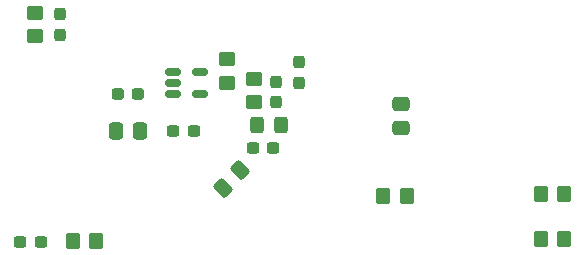
<source format=gbr>
%TF.GenerationSoftware,KiCad,Pcbnew,7.0.5*%
%TF.CreationDate,2023-07-22T19:28:39+09:00*%
%TF.ProjectId,power,706f7765-722e-46b6-9963-61645f706362,rev?*%
%TF.SameCoordinates,Original*%
%TF.FileFunction,Paste,Bot*%
%TF.FilePolarity,Positive*%
%FSLAX46Y46*%
G04 Gerber Fmt 4.6, Leading zero omitted, Abs format (unit mm)*
G04 Created by KiCad (PCBNEW 7.0.5) date 2023-07-22 19:28:39*
%MOMM*%
%LPD*%
G01*
G04 APERTURE LIST*
G04 Aperture macros list*
%AMRoundRect*
0 Rectangle with rounded corners*
0 $1 Rounding radius*
0 $2 $3 $4 $5 $6 $7 $8 $9 X,Y pos of 4 corners*
0 Add a 4 corners polygon primitive as box body*
4,1,4,$2,$3,$4,$5,$6,$7,$8,$9,$2,$3,0*
0 Add four circle primitives for the rounded corners*
1,1,$1+$1,$2,$3*
1,1,$1+$1,$4,$5*
1,1,$1+$1,$6,$7*
1,1,$1+$1,$8,$9*
0 Add four rect primitives between the rounded corners*
20,1,$1+$1,$2,$3,$4,$5,0*
20,1,$1+$1,$4,$5,$6,$7,0*
20,1,$1+$1,$6,$7,$8,$9,0*
20,1,$1+$1,$8,$9,$2,$3,0*%
G04 Aperture macros list end*
%ADD10RoundRect,0.237500X0.237500X-0.300000X0.237500X0.300000X-0.237500X0.300000X-0.237500X-0.300000X0*%
%ADD11RoundRect,0.150000X-0.512500X-0.150000X0.512500X-0.150000X0.512500X0.150000X-0.512500X0.150000X0*%
%ADD12RoundRect,0.250000X0.450000X-0.350000X0.450000X0.350000X-0.450000X0.350000X-0.450000X-0.350000X0*%
%ADD13RoundRect,0.250000X0.337500X0.475000X-0.337500X0.475000X-0.337500X-0.475000X0.337500X-0.475000X0*%
%ADD14RoundRect,0.237500X-0.300000X-0.237500X0.300000X-0.237500X0.300000X0.237500X-0.300000X0.237500X0*%
%ADD15RoundRect,0.250000X0.350000X0.450000X-0.350000X0.450000X-0.350000X-0.450000X0.350000X-0.450000X0*%
%ADD16RoundRect,0.250000X-0.350000X-0.450000X0.350000X-0.450000X0.350000X0.450000X-0.350000X0.450000X0*%
%ADD17RoundRect,0.237500X-0.287500X-0.237500X0.287500X-0.237500X0.287500X0.237500X-0.287500X0.237500X0*%
%ADD18RoundRect,0.237500X0.300000X0.237500X-0.300000X0.237500X-0.300000X-0.237500X0.300000X-0.237500X0*%
%ADD19RoundRect,0.250000X-0.325000X-0.450000X0.325000X-0.450000X0.325000X0.450000X-0.325000X0.450000X0*%
%ADD20RoundRect,0.250000X-0.475000X0.337500X-0.475000X-0.337500X0.475000X-0.337500X0.475000X0.337500X0*%
%ADD21RoundRect,0.250000X-0.097227X0.574524X-0.574524X0.097227X0.097227X-0.574524X0.574524X-0.097227X0*%
G04 APERTURE END LIST*
D10*
%TO.C,C104*%
X69088000Y-44804500D03*
X69088000Y-43079500D03*
%TD*%
D11*
%TO.C,U103*%
X78618500Y-49845000D03*
X78618500Y-48895000D03*
X78618500Y-47945000D03*
X80893500Y-47945000D03*
X80893500Y-49845000D03*
%TD*%
D12*
%TO.C,R111*%
X83185000Y-48879000D03*
X83185000Y-46879000D03*
%TD*%
D13*
%TO.C,C107*%
X75840500Y-52959000D03*
X73765500Y-52959000D03*
%TD*%
D14*
%TO.C,C105*%
X78639500Y-52959000D03*
X80364500Y-52959000D03*
%TD*%
D15*
%TO.C,R112*%
X72120000Y-62230000D03*
X70120000Y-62230000D03*
%TD*%
D16*
%TO.C,R115*%
X109744000Y-62103000D03*
X111744000Y-62103000D03*
%TD*%
%TO.C,R113*%
X109744000Y-58293000D03*
X111744000Y-58293000D03*
%TD*%
D10*
%TO.C,C109*%
X89281000Y-48868500D03*
X89281000Y-47143500D03*
%TD*%
D17*
%TO.C,FB101*%
X73928000Y-49784000D03*
X75678000Y-49784000D03*
%TD*%
D10*
%TO.C,C110*%
X87376000Y-50519500D03*
X87376000Y-48794500D03*
%TD*%
D18*
%TO.C,C116*%
X87095500Y-54356000D03*
X85370500Y-54356000D03*
%TD*%
D19*
%TO.C,FB102*%
X85716000Y-52451000D03*
X87766000Y-52451000D03*
%TD*%
D15*
%TO.C,R109*%
X98409000Y-58420000D03*
X96409000Y-58420000D03*
%TD*%
D18*
%TO.C,C113*%
X67410500Y-62357000D03*
X65685500Y-62357000D03*
%TD*%
D20*
%TO.C,C112*%
X97917000Y-50651500D03*
X97917000Y-52726500D03*
%TD*%
D21*
%TO.C,C119*%
X84299623Y-56289377D03*
X82832377Y-57756623D03*
%TD*%
D12*
%TO.C,R101*%
X66929000Y-44942000D03*
X66929000Y-42942000D03*
%TD*%
%TO.C,R110*%
X85471000Y-50530000D03*
X85471000Y-48530000D03*
%TD*%
M02*

</source>
